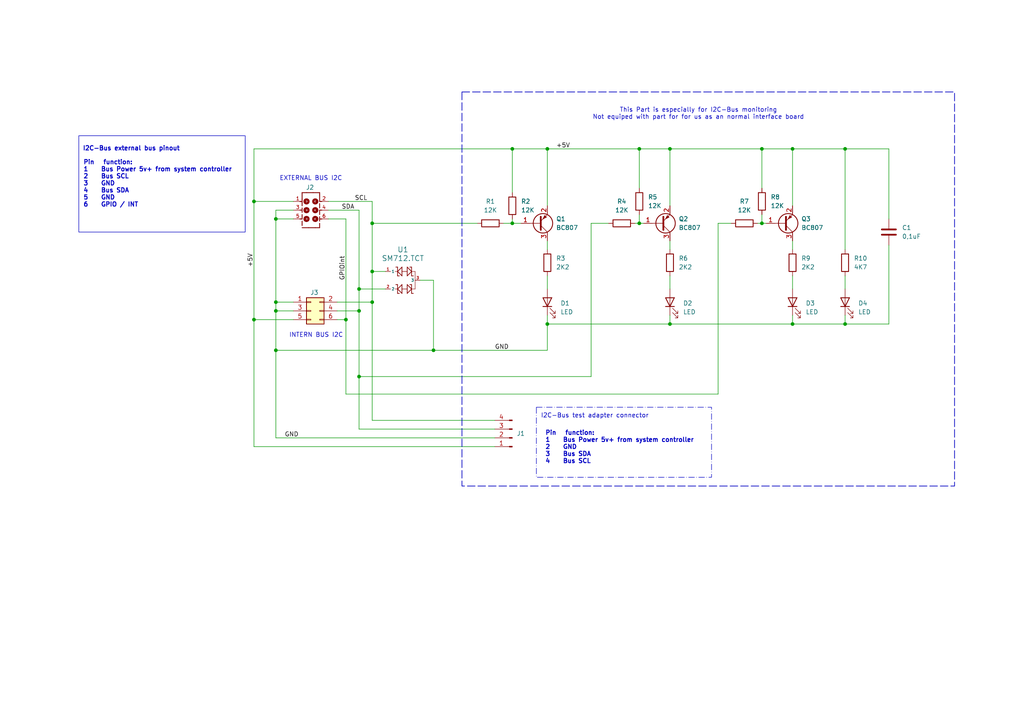
<source format=kicad_sch>
(kicad_sch (version 20250114) (generator "eeschema") (generator_version "9.0")
  (paper "A4")
  (title_block (title "PIDI-BOX passive I2C connect module") (date "2025-07-04") (rev "A1") (company "PIDI-BOX WM-GC") (comment 1 "It even can be used as test board at any position on the external I2C bus") (comment 2 "BASIS-1-PZ2-ESP- and ADC-4-BAIS- and other boards") (comment 3 "The Adapter is used for the PIDI-BOX:"))
  (lib_symbols
    (symbol "Connector:Conn_01x04_Pin" (pin_names (offset 1.016) (hide yes))
      (property "Reference" "J" (at 0 5.08 0))
      (property "Value" "Conn_01x04_Pin" (at 0 -7.62 0))
      (symbol "Conn_01x04_Pin_1_1"
        (rectangle (start 0.8636 2.667) (end 0 2.413) (stroke (width 0.1524)) (fill (type outline)))
        (rectangle (start 0.8636 0.127) (end 0 -0.127) (stroke (width 0.1524)) (fill (type outline)))
        (rectangle (start 0.8636 -2.413) (end 0 -2.667) (stroke (width 0.1524)) (fill (type outline)))
        (rectangle (start 0.8636 -4.953) (end 0 -5.207) (stroke (width 0.1524)) (fill (type outline)))
        (polyline (pts (xy 1.27 2.54) (xy 0.8636 2.54)) (stroke (width 0.1524)))
        (polyline (pts (xy 1.27 0) (xy 0.8636 0)) (stroke (width 0.1524)))
        (polyline (pts (xy 1.27 -2.54) (xy 0.8636 -2.54)) (stroke (width 0.1524)))
        (polyline (pts (xy 1.27 -5.08) (xy 0.8636 -5.08)) (stroke (width 0.1524)))
        (pin passive line (at 5.08 2.54 180) (length 3.81) (name "Pin_1") (number "1"))
        (pin passive line (at 5.08 0 180) (length 3.81) (name "Pin_2") (number "2"))
        (pin passive line (at 5.08 -2.54 180) (length 3.81) (name "Pin_3") (number "3"))
        (pin passive line (at 5.08 -5.08 180) (length 3.81) (name "Pin_4") (number "4"))
      )
    )
    (symbol "Connector_Generic:Conn_02x03_Odd_Even" (pin_names (offset 1.016) (hide yes))
      (property "Reference" "J" (at 1.27 5.08 0))
      (property "Value" "Conn_02x03_Odd_Even" (at 1.27 -5.08 0))
      (symbol "Conn_02x03_Odd_Even_1_1"
        (rectangle (start -1.27 3.81) (end 3.81 -3.81) (stroke (width 0.254)) (fill (type background)))
        (rectangle (start -1.27 2.667) (end 0 2.413) (stroke (width 0.1524)))
        (rectangle (start -1.27 0.127) (end 0 -0.127) (stroke (width 0.1524)))
        (rectangle (start -1.27 -2.413) (end 0 -2.667) (stroke (width 0.1524)))
        (rectangle (start 3.81 2.667) (end 2.54 2.413) (stroke (width 0.1524)))
        (rectangle (start 3.81 0.127) (end 2.54 -0.127) (stroke (width 0.1524)))
        (rectangle (start 3.81 -2.413) (end 2.54 -2.667) (stroke (width 0.1524)))
        (pin passive line (at -5.08 2.54 0) (length 3.81) (name "Pin_1") (number "1"))
        (pin passive line (at -5.08 0 0) (length 3.81) (name "Pin_3") (number "3"))
        (pin passive line (at -5.08 -2.54 0) (length 3.81) (name "Pin_5") (number "5"))
        (pin passive line (at 7.62 2.54 180) (length 3.81) (name "Pin_2") (number "2"))
        (pin passive line (at 7.62 0 180) (length 3.81) (name "Pin_4") (number "4"))
        (pin passive line (at 7.62 -2.54 180) (length 3.81) (name "Pin_6") (number "6"))
      )
    )
    (symbol "Device:C" (pin_numbers (hide yes)) (pin_names (offset 0.254))
      (property "Reference" "C" (at 0.635 2.54 0))
      (property "Value" "C" (at 0.635 -2.54 0))
      (symbol "C_0_1"
        (polyline (pts (xy -2.032 0.762) (xy 2.032 0.762)) (stroke (width 0.508)))
        (polyline (pts (xy -2.032 -0.762) (xy 2.032 -0.762)) (stroke (width 0.508)))
      )
      (symbol "C_1_1"
        (pin passive line (at 0 3.81 270) (length 2.794) (name "~") (number "1"))
        (pin passive line (at 0 -3.81 90) (length 2.794) (name "~") (number "2"))
      )
    )
    (symbol "Device:LED" (pin_numbers (hide yes)) (pin_names (offset 1.016) (hide yes))
      (property "Reference" "D" (at 0 2.54 0))
      (property "Value" "LED" (at 0 -2.54 0))
      (symbol "LED_0_1"
        (polyline (pts (xy -3.048 -0.762) (xy -4.572 -2.286) (xy -3.81 -2.286) (xy -4.572 -2.286) (xy -4.572 -1.524)))
        (polyline (pts (xy -1.778 -0.762) (xy -3.302 -2.286) (xy -2.54 -2.286) (xy -3.302 -2.286) (xy -3.302 -1.524)))
        (polyline (pts (xy -1.27 0) (xy 1.27 0)))
        (polyline (pts (xy -1.27 -1.27) (xy -1.27 1.27)) (stroke (width 0.254)))
        (polyline (pts (xy 1.27 -1.27) (xy 1.27 1.27) (xy -1.27 0) (xy 1.27 -1.27)) (stroke (width 0.254)))
      )
      (symbol "LED_1_1"
        (pin passive line (at -3.81 0 0) (length 2.54) (name "K") (number "1"))
        (pin passive line (at 3.81 0 180) (length 2.54) (name "A") (number "2"))
      )
    )
    (symbol "Device:R" (pin_numbers (hide yes)) (pin_names (offset 0))
      (property "Reference" "R" (at 2.032 0 90))
      (property "Value" "R" (at 0 0 90))
      (symbol "R_0_1"
        (rectangle (start -1.016 -2.54) (end 1.016 2.54) (stroke (width 0.254)))
      )
      (symbol "R_1_1"
        (pin passive line (at 0 3.81 270) (length 1.27) (name "~") (number "1"))
        (pin passive line (at 0 -3.81 90) (length 1.27) (name "~") (number "2"))
      )
    )
    (symbol "My_Library:6120XX21721_61200621721" (pin_names (offset 1.016))
      (property "Reference" "J" (at 6.04 0.85 0))
      (symbol "6120XX21721_61200621721_0_0"
        (polyline (pts (xy -5.08 2.54) (xy -5.08 2.54)) (stroke (width 0.254)))
        (polyline (pts (xy -5.08 2.54) (xy -5.08 0.635)) (stroke (width 0.254)))
        (polyline (pts (xy -5.08 0.635) (xy -5.08 -1.27)) (stroke (width 0.254)))
        (polyline (pts (xy -5.08 -1.27) (xy -5.08 -2.54)) (stroke (width 0.254)))
        (polyline (pts (xy -5.08 -2.54) (xy -3.81 -2.54)) (stroke (width 0.254)))
        (polyline (pts (xy -3.175 2.54) (xy -4.445 2.54)) (stroke (width 0.254)))
        (polyline (pts (xy -3.175 -2.54) (xy -1.905 -2.54)) (stroke (width 0.254)))
        (polyline (pts (xy -2.54 3.175) (xy -2.54 2.54)) (stroke (width 0.254)))
        (circle (center -2.54 1.27) (radius 0.254) (stroke (width 0.635)))
        (polyline (pts (xy -2.54 1.27) (xy -2.54 1.905)) (stroke (width 0.254)))
        (circle (center -2.54 -1.27) (radius 0.254) (stroke (width 0.635)))
        (polyline (pts (xy -2.54 -1.27) (xy -2.54 -1.905)) (stroke (width 0.254)))
        (polyline (pts (xy -2.54 -3.175) (xy -2.54 -2.54)) (stroke (width 0.254)))
        (polyline (pts (xy -1.27 2.54) (xy -2.54 2.54)) (stroke (width 0.254)))
        (polyline (pts (xy -1.27 -2.54) (xy 0 -2.54)) (stroke (width 0.254)))
        (polyline (pts (xy 0 3.175) (xy 0 2.54)) (stroke (width 0.254)))
        (circle (center 0 1.27) (radius 0.254) (stroke (width 0.635)))
        (polyline (pts (xy 0 1.27) (xy 0 1.905)) (stroke (width 0.254)))
        (polyline (pts (xy 0 -1.27) (xy 0 -1.905)) (stroke (width 0.254)))
        (circle (center 0 -1.27) (radius 0.254) (stroke (width 0.635)))
        (polyline (pts (xy 0 -3.175) (xy 0 -2.54)) (stroke (width 0.254)))
        (polyline (pts (xy 0.635 2.54) (xy -0.635 2.54)) (stroke (width 0.254)))
        (polyline (pts (xy 0.635 -2.54) (xy 1.905 -2.54)) (stroke (width 0.254)))
        (polyline (pts (xy 2.54 3.175) (xy 2.54 2.54)) (stroke (width 0.254)))
        (polyline (pts (xy 2.54 2.54) (xy 1.27 2.54)) (stroke (width 0.254)))
        (polyline (pts (xy 2.54 1.27) (xy 2.54 1.905)) (stroke (width 0.254)))
        (circle (center 2.54 1.27) (radius 0.254) (stroke (width 0.635)))
        (polyline (pts (xy 2.54 -1.27) (xy 2.54 -1.905)) (stroke (width 0.254)))
        (circle (center 2.54 -1.27) (radius 0.254) (stroke (width 0.635)))
        (polyline (pts (xy 2.54 -2.54) (xy 2.54 -2.54)) (stroke (width 0.254)))
        (polyline (pts (xy 2.54 -2.54) (xy 4.445 -2.54)) (stroke (width 0.254)))
        (polyline (pts (xy 2.54 -3.175) (xy 2.54 -2.54)) (stroke (width 0.254)))
        (polyline (pts (xy 3.175 2.54) (xy 2.54 2.54)) (stroke (width 0.254)))
        (polyline (pts (xy 4.445 -2.54) (xy 5.08 -2.54)) (stroke (width 0.254)))
        (polyline (pts (xy 5.08 2.54) (xy 3.175 2.54)) (stroke (width 0.254)))
        (polyline (pts (xy 5.08 1.27) (xy 5.08 2.54)) (stroke (width 0.254)))
        (polyline (pts (xy 5.08 -0.635) (xy 5.08 1.27)) (stroke (width 0.254)))
        (polyline (pts (xy 5.08 -2.54) (xy 5.08 -0.635)) (stroke (width 0.254)))
        (pin passive line (at -2.54 5.08 270) (length 2.54) (name "~") (number "5"))
        (pin passive line (at -2.54 -5.08 90) (length 2.54) (name "~") (number "6"))
        (pin passive line (at 0 5.08 270) (length 2.54) (name "~") (number "3"))
        (pin passive line (at 0 -5.08 90) (length 2.54) (name "~") (number "4"))
        (pin passive line (at 2.54 5.08 270) (length 2.54) (name "~") (number "1"))
        (pin passive line (at 2.54 -5.08 90) (length 2.54) (name "~") (number "2"))
      )
    )
    (symbol "My_Library:SM712.TCT" (pin_names (offset 0.254))
      (property "Reference" "U" (at 5.588 -11.176 0))
      (property "Value" "SM712.TCT" (at 5.588 -14.986 0))
      (symbol "SM712.TCT_0_1"
        (polyline (pts (xy 3.556 -1.27) (xy 3.048 -1.27)) (stroke (width 0.2032)))
        (polyline (pts (xy 3.556 -1.27) (xy 3.556 -3.81)) (stroke (width 0.2032)))
        (polyline (pts (xy 3.556 -3.81) (xy 4.064 -3.81)) (stroke (width 0.2032)))
        (polyline (pts (xy 3.556 -6.35) (xy 3.048 -6.35)) (stroke (width 0.2032)))
        (polyline (pts (xy 3.556 -6.35) (xy 3.556 -8.89)) (stroke (width 0.2032)))
        (polyline (pts (xy 3.556 -8.89) (xy 4.064 -8.89)) (stroke (width 0.2032)))
        (polyline (pts (xy 4.826 -1.27) (xy 3.556 -2.54)) (stroke (width 0.2032)))
        (polyline (pts (xy 4.826 -1.27) (xy 4.826 -3.81)) (stroke (width 0.2032)))
        (polyline (pts (xy 4.826 -3.81) (xy 3.556 -2.54)) (stroke (width 0.2032)))
        (polyline (pts (xy 4.826 -6.35) (xy 3.556 -7.62)) (stroke (width 0.2032)))
        (polyline (pts (xy 4.826 -6.35) (xy 4.826 -8.89)) (stroke (width 0.2032)))
        (polyline (pts (xy 4.826 -8.89) (xy 3.556 -7.62)) (stroke (width 0.2032)))
        (polyline (pts (xy 6.35 -1.27) (xy 7.62 -2.54)) (stroke (width 0.2032)))
        (polyline (pts (xy 6.35 -3.81) (xy 6.35 -1.27)) (stroke (width 0.2032)))
        (polyline (pts (xy 6.35 -3.81) (xy 7.62 -2.54)) (stroke (width 0.2032)))
        (polyline (pts (xy 6.35 -6.35) (xy 7.62 -7.62)) (stroke (width 0.2032)))
        (polyline (pts (xy 6.35 -8.89) (xy 6.35 -6.35)) (stroke (width 0.2032)))
        (polyline (pts (xy 6.35 -8.89) (xy 7.62 -7.62)) (stroke (width 0.2032)))
        (polyline (pts (xy 7.62 -1.27) (xy 7.112 -1.27)) (stroke (width 0.2032)))
        (polyline (pts (xy 7.62 -3.81) (xy 7.62 -1.27)) (stroke (width 0.2032)))
        (polyline (pts (xy 7.62 -3.81) (xy 8.128 -3.81)) (stroke (width 0.2032)))
        (polyline (pts (xy 7.62 -6.35) (xy 7.112 -6.35)) (stroke (width 0.2032)))
        (polyline (pts (xy 7.62 -8.89) (xy 7.62 -6.35)) (stroke (width 0.2032)))
        (polyline (pts (xy 7.62 -8.89) (xy 8.128 -8.89)) (stroke (width 0.2032)))
      )
      (symbol "SM712.TCT_1_1"
        (polyline (pts (xy 2.794 -2.54) (xy 3.556 -2.54)) (stroke (width 0.127)))
        (polyline (pts (xy 2.794 -7.62) (xy 3.556 -7.62)) (stroke (width 0.127)))
        (polyline (pts (xy 4.826 -2.54) (xy 6.35 -2.54)))
        (polyline (pts (xy 4.826 -7.62) (xy 6.35 -7.62)))
        (polyline (pts (xy 7.62 -2.54) (xy 8.636 -2.54)) (stroke (width 0.127)))
        (polyline (pts (xy 7.62 -7.62) (xy 8.636 -7.62)) (stroke (width 0.127)))
        (polyline (pts (xy 8.636 -2.54) (xy 8.636 -7.62)) (stroke (width 0.127)))
        (pin passive line (at 0 -2.54 0) (length 1.524) (name "1") (number "1"))
        (pin passive line (at 0 -7.62 0) (length 1.524) (name "2") (number "2"))
        (pin passive line (at 10.16 -5.08 180) (length 1.524) (name "3") (number "3"))
      )
    )
    (symbol "Transistor_BJT:BC808" (pin_names (offset 0) (hide yes))
      (property "Reference" "Q" (at 5.08 1.905 0))
      (property "Value" "BC808" (at 5.08 0 0))
      (symbol "BC808_0_1"
        (polyline (pts (xy -2.54 0) (xy 0.635 0)))
        (polyline (pts (xy 0.635 1.905) (xy 0.635 -1.905)) (stroke (width 0.508)))
        (polyline (pts (xy 0.635 0.635) (xy 2.54 2.54)))
        (polyline (pts (xy 0.635 -0.635) (xy 2.54 -2.54)))
        (circle (center 1.27 0) (radius 2.8194) (stroke (width 0.254)))
        (polyline (pts (xy 2.286 -1.778) (xy 1.778 -2.286) (xy 1.27 -1.27) (xy 2.286 -1.778)) (fill (type outline)))
      )
      (symbol "BC808_1_1"
        (pin input line (at -5.08 0 0) (length 2.54) (name "B") (number "1"))
        (pin passive line (at 2.54 5.08 270) (length 2.54) (name "C") (number "3"))
        (pin passive line (at 2.54 -5.08 90) (length 2.54) (name "E") (number "2"))
      )
    )
  )
  (rectangle (start 133.985 26.67) (end 276.86 140.97) (stroke (width 0.2032) (type dash)))
  (rectangle (start 155.575 118.11) (end 206.375 138.43) (stroke (width 0) (type dash_dot)))
  (rectangle (start 22.86 39.37) (end 71.12 67.31))
  (text "Pin	 function:\n1    Bus Power 5v+ from system controller \n2    Bus SCL \n3    GND\n4    Bus SDA\n5    GND\n6    GPIO / INT\n" (exclude_from_sim yes) (at 24.13 53.34 0) (effects (font (size 1.27 1.27) (thickness 0.254) (bold yes)) (justify left)))
  (text "I2C-Bus test adapter connector" (at 156.845 120.65 0) (effects (font (size 1.27 1.27) (thickness 0.1588)) (justify left)))
  (text "INTERN BUS I2C" (at 91.694 97.282 0) (effects (font (size 1.27 1.27))))
  (text "EXTERNAL BUS I2C" (at 90.17 51.816 0) (effects (font (size 1.27 1.27))))
  (text "This Part is especially for I2C-Bus monitoring\nNot equiped with part for for us as an normal interface board" (at 202.565 33.02 0) (effects (font (size 1.27 1.27))))
  (text "I2C-Bus external bus pinout" (at 38.1 43.18 0) (effects (font (size 1.27 1.27) (thickness 0.254) (bold yes))))
  (text "Pin	 function:\n1    Bus Power 5v+ from system controller \n2    GND \n3    Bus SDA\n4    Bus SCL\n\n" (exclude_from_sim yes) (at 158.115 130.81 0) (effects (font (size 1.27 1.27) (thickness 0.254) (bold yes)) (justify left)))
  (junction (at 107.95 87.63))
  (junction (at 80.01 90.17))
  (junction (at 80.01 87.63))
  (junction (at 220.98 43.18))
  (junction (at 194.31 43.18))
  (junction (at 194.31 93.98))
  (junction (at 245.11 93.98))
  (junction (at 245.11 43.18))
  (junction (at 100.33 92.71))
  (junction (at 185.42 43.18))
  (junction (at 107.95 78.74))
  (junction (at 229.87 93.98))
  (junction (at 104.14 109.22))
  (junction (at 125.73 101.6))
  (junction (at 80.01 101.6))
  (junction (at 148.59 43.18))
  (junction (at 148.59 64.77))
  (junction (at 107.95 64.77))
  (junction (at 220.98 64.77))
  (junction (at 73.66 92.71))
  (junction (at 73.66 58.42))
  (junction (at 104.14 90.17))
  (junction (at 158.75 43.18))
  (junction (at 229.87 43.18))
  (junction (at 158.75 93.98))
  (junction (at 185.42 64.77))
  (junction (at 104.14 83.82))
  (junction (at 80.01 63.5))
  (wire (pts (xy 73.66 58.42) (xy 85.09 58.42)))
  (wire (pts (xy 220.98 43.18) (xy 220.98 54.61)))
  (wire (pts (xy 97.79 90.17) (xy 104.14 90.17)))
  (wire (pts (xy 245.11 93.98) (xy 245.11 91.44)))
  (wire (pts (xy 107.95 87.63) (xy 107.95 121.92)))
  (wire (pts (xy 194.31 93.98) (xy 194.31 91.44)))
  (wire (pts (xy 185.42 62.23) (xy 185.42 64.77)))
  (wire (pts (xy 257.81 93.98) (xy 245.11 93.98)))
  (wire (pts (xy 171.45 64.77) (xy 171.45 109.22)))
  (wire (pts (xy 80.01 101.6) (xy 80.01 127)))
  (wire (pts (xy 104.14 124.46) (xy 143.51 124.46)))
  (wire (pts (xy 80.01 127) (xy 143.51 127)))
  (wire (pts (xy 194.31 43.18) (xy 194.31 59.69)))
  (wire (pts (xy 104.14 60.96) (xy 104.14 83.82)))
  (wire (pts (xy 176.53 64.77) (xy 171.45 64.77)))
  (wire (pts (xy 80.01 90.17) (xy 85.09 90.17)))
  (wire (pts (xy 80.01 90.17) (xy 80.01 101.6)))
  (wire (pts (xy 80.01 60.96) (xy 85.09 60.96)))
  (wire (pts (xy 194.31 93.98) (xy 229.87 93.98)))
  (wire (pts (xy 220.98 64.77) (xy 222.25 64.77)))
  (wire (pts (xy 104.14 109.22) (xy 104.14 124.46)))
  (wire (pts (xy 257.81 63.5) (xy 257.81 43.18)))
  (wire (pts (xy 80.01 63.5) (xy 80.01 87.63)))
  (wire (pts (xy 107.95 64.77) (xy 107.95 78.74)))
  (wire (pts (xy 245.11 43.18) (xy 229.87 43.18)))
  (wire (pts (xy 121.92 81.28) (xy 125.73 81.28)))
  (wire (pts (xy 95.25 60.96) (xy 104.14 60.96)))
  (wire (pts (xy 100.33 63.5) (xy 100.33 92.71)))
  (wire (pts (xy 220.98 64.77) (xy 219.71 64.77)))
  (wire (pts (xy 73.66 92.71) (xy 85.09 92.71)))
  (wire (pts (xy 73.66 129.54) (xy 143.51 129.54)))
  (wire (pts (xy 73.66 43.18) (xy 148.59 43.18)))
  (wire (pts (xy 208.28 64.77) (xy 208.28 114.3)))
  (wire (pts (xy 185.42 64.77) (xy 184.15 64.77)))
  (wire (pts (xy 194.31 43.18) (xy 220.98 43.18)))
  (wire (pts (xy 158.75 101.6) (xy 158.75 93.98)))
  (wire (pts (xy 80.01 63.5) (xy 85.09 63.5)))
  (wire (pts (xy 229.87 69.85) (xy 229.87 72.39)))
  (wire (pts (xy 97.79 87.63) (xy 107.95 87.63)))
  (wire (pts (xy 95.25 63.5) (xy 100.33 63.5)))
  (wire (pts (xy 107.95 64.77) (xy 138.43 64.77)))
  (wire (pts (xy 95.25 58.42) (xy 107.95 58.42)))
  (wire (pts (xy 245.11 72.39) (xy 245.11 43.18)))
  (wire (pts (xy 229.87 93.98) (xy 229.87 91.44)))
  (wire (pts (xy 125.73 81.28) (xy 125.73 101.6)))
  (wire (pts (xy 80.01 60.96) (xy 80.01 63.5)))
  (wire (pts (xy 185.42 43.18) (xy 185.42 54.61)))
  (wire (pts (xy 185.42 64.77) (xy 186.69 64.77)))
  (wire (pts (xy 185.42 43.18) (xy 158.75 43.18)))
  (wire (pts (xy 148.59 63.5) (xy 148.59 64.77)))
  (wire (pts (xy 148.59 43.18) (xy 158.75 43.18)))
  (wire (pts (xy 73.66 58.42) (xy 73.66 43.18)))
  (wire (pts (xy 80.01 87.63) (xy 80.01 90.17)))
  (wire (pts (xy 158.75 69.85) (xy 158.75 72.39)))
  (wire (pts (xy 229.87 43.18) (xy 220.98 43.18)))
  (wire (pts (xy 257.81 43.18) (xy 245.11 43.18)))
  (wire (pts (xy 125.73 101.6) (xy 158.75 101.6)))
  (wire (pts (xy 158.75 43.18) (xy 158.75 59.69)))
  (wire (pts (xy 245.11 80.01) (xy 245.11 83.82)))
  (wire (pts (xy 104.14 83.82) (xy 111.76 83.82)))
  (wire (pts (xy 73.66 92.71) (xy 73.66 129.54)))
  (wire (pts (xy 107.95 78.74) (xy 107.95 87.63)))
  (wire (pts (xy 229.87 93.98) (xy 245.11 93.98)))
  (wire (pts (xy 194.31 80.01) (xy 194.31 83.82)))
  (wire (pts (xy 257.81 71.12) (xy 257.81 93.98)))
  (wire (pts (xy 220.98 62.23) (xy 220.98 64.77)))
  (wire (pts (xy 73.66 58.42) (xy 73.66 92.71)))
  (wire (pts (xy 158.75 93.98) (xy 158.75 91.44)))
  (wire (pts (xy 229.87 80.01) (xy 229.87 83.82)))
  (wire (pts (xy 107.95 78.74) (xy 111.76 78.74)))
  (wire (pts (xy 100.33 114.3) (xy 208.28 114.3)))
  (wire (pts (xy 158.75 80.01) (xy 158.75 83.82)))
  (wire (pts (xy 80.01 101.6) (xy 125.73 101.6)))
  (wire (pts (xy 104.14 83.82) (xy 104.14 90.17)))
  (wire (pts (xy 100.33 92.71) (xy 97.79 92.71)))
  (wire (pts (xy 148.59 43.18) (xy 148.59 55.88)))
  (wire (pts (xy 185.42 43.18) (xy 194.31 43.18)))
  (wire (pts (xy 148.59 64.77) (xy 151.13 64.77)))
  (wire (pts (xy 107.95 121.92) (xy 143.51 121.92)))
  (wire (pts (xy 146.05 64.77) (xy 148.59 64.77)))
  (wire (pts (xy 100.33 92.71) (xy 100.33 114.3)))
  (wire (pts (xy 80.01 87.63) (xy 85.09 87.63)))
  (wire (pts (xy 158.75 93.98) (xy 194.31 93.98)))
  (wire (pts (xy 208.28 64.77) (xy 212.09 64.77)))
  (wire (pts (xy 107.95 58.42) (xy 107.95 64.77)))
  (wire (pts (xy 229.87 43.18) (xy 229.87 59.69)))
  (wire (pts (xy 194.31 69.85) (xy 194.31 72.39)))
  (wire (pts (xy 104.14 90.17) (xy 104.14 109.22)))
  (wire (pts (xy 171.45 109.22) (xy 104.14 109.22)))
  (label "+5V" (at 161.29 43.18 0))
  (label "GPIOint" (at 100.33 81.28 90))
  (label "+5V" (at 73.66 77.47 90))
  (label "GND" (at 82.55 127 0))
  (label "SCL" (at 102.87 58.42 0))
  (label "SDA" (at 99.06 60.96 0))
  (label "GND" (at 143.51 101.6 0))
  (symbol (lib_id "Device:LED") (at 245.11 87.63 90) (unit 1)
    (property "Reference" "D4" (at 248.92 87.9474 90) (effects (justify right)))
    (property "Value" "LED" (at 248.92 90.4874 90) (effects (justify right)))
    (property "Footprint" "LED_SMD:LED_0603_1608Metric" (effects (hide yes)))
    (property "Description" "Light emitting diode" (effects (hide yes)))
    (property "Sim.Pins" "1=K 2=A" (effects (hide yes)))
  )
  (symbol (lib_id "Device:R") (at 185.42 58.42 0) (unit 1)
    (property "Reference" "R5" (at 187.96 57.1499 0) (effects (justify left)))
    (property "Value" "12K" (at 187.96 59.6899 0) (effects (justify left)))
    (property "Footprint" "Resistor_SMD:R_0603_1608Metric" (effects (hide yes)))
    (property "Description" "Resistor" (effects (hide yes)))
  )
  (symbol (lib_id "My_Library:6120XX21721_61200621721") (at 90.17 60.96 90) (unit 1)
    (property "Reference" "J2" (at 89.916 54.356 90))
    (property "Value" "6120XX21721_61200621721" (effects (hide yes)))
    (property "Footprint" "MYlib_GLOBAL:PinHeader-Boxed-1X03-2,54-horiz-Wuerth_61200621721" (effects (hide yes)))
    (property "CONTACT-RESISTANCE" "20mOhm" (effects (hide yes)))
    (property "Check_prices" "https://www.snapeda.com/parts/61200621721/Wurth+Elektronik/view-part/?ref=eda" (effects (hide yes)))
    (property "Package" "None" (effects (hide yes)))
    (property "MOUNT" "THT" (effects (hide yes)))
    (property "IR" "3A" (effects (hide yes)))
    (property "VALUE" "61200621721" (effects (hide yes)))
    (property "SnapEDA_Link" "https://www.snapeda.com/parts/61200621721/Wurth+Elektronik/view-part/?ref=snap" (effects (hide yes)))
    (property "WORKING-VOLTAGE" "250V(AC)" (effects (hide yes)))
    (property "PART-NUMBER" "61200621721" (effects (hide yes)))
    (property "Purchase-URL" "https://www.snapeda.com/api/url_track_click_mouser/?unipart_id=4791734&manufacturer=Würth Elektronik&part_name=61200621721&search_term=würth 	 61200621721" (effects (hide yes)))
    (property "MF" "Würth Elektronik" (effects (hide yes)))
    (property "Description_1" "Connector Header Through Hole, Right Angle 6 position 0.100 (2.54mm)" (effects (hide yes)))
    (property "GENDER" "Male" (effects (hide yes)))
    (property "Price" "None" (effects (hide yes)))
    (property "PACKAGING" "Tray" (effects (hide yes)))
    (property "LENGTH" "15.28mm" (effects (hide yes)))
    (property "DATASHEET-URL" "https://www.we-online.com/redexpert/spec/61200621721?ae" (effects (hide yes)))
    (property "MP" "61200621721" (effects (hide yes)))
    (property "PITCH" "2.54mm" (effects (hide yes)))
    (property "PINS" "6" (effects (hide yes)))
    (property "TYPE" "Angled" (effects (hide yes)))
    (property "Availability" "In Stock" (effects (hide yes)))
  )
  (symbol (lib_id "Device:LED") (at 229.87 87.63 90) (unit 1)
    (property "Reference" "D3" (at 233.68 87.9474 90) (effects (justify right)))
    (property "Value" "LED" (at 233.68 90.4874 90) (effects (justify right)))
    (property "Footprint" "LED_SMD:LED_0603_1608Metric" (effects (hide yes)))
    (property "Description" "Light emitting diode" (effects (hide yes)))
    (property "Sim.Pins" "1=K 2=A" (effects (hide yes)))
  )
  (symbol (lib_id "Connector:Conn_01x04_Pin") (at 148.59 127 180) (unit 1)
    (property "Reference" "J1" (at 149.86 125.7299 0) (effects (justify right)))
    (property "Value" "Conn_01x04_Pin" (effects (hide yes)))
    (property "Footprint" "Connector_PinHeader_2.54mm:PinHeader_1x04_P2.54mm_Vertical" (effects (hide yes)))
    (property "Description" "Generic connector, single row, 01x04, script generated" (effects (hide yes)))
  )
  (symbol (lib_id "Device:R") (at 215.9 64.77 90) (unit 1)
    (property "Reference" "R7" (at 215.9 58.42 90))
    (property "Value" "12K" (at 215.9 60.96 90))
    (property "Footprint" "Resistor_SMD:R_0603_1608Metric" (effects (hide yes)))
    (property "Description" "Resistor" (effects (hide yes)))
  )
  (symbol (lib_id "Device:LED") (at 158.75 87.63 90) (unit 1)
    (property "Reference" "D1" (at 162.56 87.9474 90) (effects (justify right)))
    (property "Value" "LED" (at 162.56 90.4874 90) (effects (justify right)))
    (property "Footprint" "LED_SMD:LED_0603_1608Metric" (effects (hide yes)))
    (property "Description" "Light emitting diode" (effects (hide yes)))
    (property "Sim.Pins" "1=K 2=A" (effects (hide yes)))
  )
  (symbol (lib_id "Device:C") (at 257.81 67.31 0) (unit 1)
    (property "Reference" "C1" (at 261.62 66.0399 0) (effects (justify left)))
    (property "Value" "0,1uF" (at 261.62 68.5799 0) (effects (justify left)))
    (property "Footprint" "Capacitor_SMD:C_0603_1608Metric" (effects (hide yes)))
    (property "Description" "Unpolarized capacitor" (effects (hide yes)))
  )
  (symbol (lib_id "Device:LED") (at 194.31 87.63 90) (unit 1)
    (property "Reference" "D2" (at 198.12 87.9474 90) (effects (justify right)))
    (property "Value" "LED" (at 198.12 90.4874 90) (effects (justify right)))
    (property "Footprint" "LED_SMD:LED_0603_1608Metric" (effects (hide yes)))
    (property "Description" "Light emitting diode" (effects (hide yes)))
    (property "Sim.Pins" "1=K 2=A" (effects (hide yes)))
  )
  (symbol (lib_id "Device:R") (at 158.75 76.2 0) (unit 1)
    (property "Reference" "R3" (at 161.29 74.9299 0) (effects (justify left)))
    (property "Value" "2K2" (at 161.29 77.4699 0) (effects (justify left)))
    (property "Footprint" "Resistor_SMD:R_0603_1608Metric" (effects (hide yes)))
    (property "Description" "Resistor" (effects (hide yes)))
  )
  (symbol (lib_id "Connector_Generic:Conn_02x03_Odd_Even") (at 90.17 90.17 0) (unit 1)
    (property "Reference" "J3" (at 91.186 84.836 0))
    (property "Value" "Conn_02x03_Odd_Even" (effects (hide yes)))
    (property "Footprint" "MYlib_GLOBAL:con-2x03-2,54-fem-hor" (effects (hide yes)))
    (property "Description" "Generic connector, double row, 02x03, odd/even pin numbering scheme (row 1 odd numbers, row 2 even numbers), script generated (kicad-library-utils/schlib/autogen/connector/)" (effects (hide yes)))
  )
  (symbol (lib_id "My_Library:SM712.TCT") (at 111.76 76.2 0) (unit 1)
    (property "Reference" "U1" (at 116.8717 72.39 0) (effects (font (size 1.524 1.524))))
    (property "Value" "SM712.TCT" (at 116.8717 74.93 0) (effects (font (size 1.524 1.524))))
    (property "Footprint" "Package_TO_SOT_SMD:SOT-23" (effects (hide yes)))
    (property "Datasheet" "SM712.TCT" (effects (hide yes)))
  )
  (symbol (lib_id "Transistor_BJT:BC808") (at 156.21 64.77 0) (mirror x) (unit 1)
    (property "Reference" "Q1" (at 161.29 63.4999 0) (effects (justify left)))
    (property "Value" "BC807" (at 161.29 66.0399 0) (effects (justify left)))
    (property "Footprint" "Package_TO_SOT_SMD:SOT-23" (effects (hide yes)))
    (property "Datasheet" "https://www.onsemi.com/pub/Collateral/BC808-D.pdf" (effects (hide yes)))
    (property "Description" "0.8A Ic, 25V Vce, PNP Transistor, SOT-23" (effects (hide yes)))
  )
  (symbol (lib_id "Device:R") (at 148.59 59.69 0) (unit 1)
    (property "Reference" "R2" (at 151.13 58.4199 0) (effects (justify left)))
    (property "Value" "12K" (at 151.13 60.9599 0) (effects (justify left)))
    (property "Footprint" "Resistor_SMD:R_0603_1608Metric" (effects (hide yes)))
    (property "Description" "Resistor" (effects (hide yes)))
  )
  (symbol (lib_id "Device:R") (at 142.24 64.77 90) (unit 1)
    (property "Reference" "R1" (at 142.24 58.42 90))
    (property "Value" "12K" (at 142.24 60.96 90))
    (property "Footprint" "Resistor_SMD:R_0603_1608Metric" (effects (hide yes)))
    (property "Description" "Resistor" (effects (hide yes)))
  )
  (symbol (lib_id "Device:R") (at 194.31 76.2 0) (unit 1)
    (property "Reference" "R6" (at 196.85 74.9299 0) (effects (justify left)))
    (property "Value" "2K2" (at 196.85 77.4699 0) (effects (justify left)))
    (property "Footprint" "Resistor_SMD:R_0603_1608Metric" (effects (hide yes)))
    (property "Description" "Resistor" (effects (hide yes)))
  )
  (symbol (lib_id "Device:R") (at 229.87 76.2 0) (unit 1)
    (property "Reference" "R9" (at 232.41 74.9299 0) (effects (justify left)))
    (property "Value" "2K2" (at 232.41 77.4699 0) (effects (justify left)))
    (property "Footprint" "Resistor_SMD:R_0603_1608Metric" (effects (hide yes)))
    (property "Description" "Resistor" (effects (hide yes)))
  )
  (symbol (lib_id "Transistor_BJT:BC808") (at 191.77 64.77 0) (mirror x) (unit 1)
    (property "Reference" "Q2" (at 196.85 63.4999 0) (effects (justify left)))
    (property "Value" "BC807" (at 196.85 66.0399 0) (effects (justify left)))
    (property "Footprint" "Package_TO_SOT_SMD:SOT-23" (effects (hide yes)))
    (property "Datasheet" "https://www.onsemi.com/pub/Collateral/BC808-D.pdf" (effects (hide yes)))
    (property "Description" "0.8A Ic, 25V Vce, PNP Transistor, SOT-23" (effects (hide yes)))
  )
  (symbol (lib_id "Device:R") (at 245.11 76.2 0) (unit 1)
    (property "Reference" "R10" (at 247.65 74.9299 0) (effects (justify left)))
    (property "Value" "4K7" (at 247.65 77.4699 0) (effects (justify left)))
    (property "Footprint" "Resistor_SMD:R_0603_1608Metric" (effects (hide yes)))
    (property "Description" "Resistor" (effects (hide yes)))
  )
  (symbol (lib_id "Device:R") (at 180.34 64.77 90) (unit 1)
    (property "Reference" "R4" (at 180.34 58.42 90))
    (property "Value" "12K" (at 180.34 60.96 90))
    (property "Footprint" "Resistor_SMD:R_0603_1608Metric" (effects (hide yes)))
    (property "Description" "Resistor" (effects (hide yes)))
  )
  (symbol (lib_id "Device:R") (at 220.98 58.42 0) (unit 1)
    (property "Reference" "R8" (at 223.52 57.1499 0) (effects (justify left)))
    (property "Value" "12K" (at 223.52 59.6899 0) (effects (justify left)))
    (property "Footprint" "Resistor_SMD:R_0603_1608Metric" (effects (hide yes)))
    (property "Description" "Resistor" (effects (hide yes)))
  )
  (symbol (lib_id "Transistor_BJT:BC808") (at 227.33 64.77 0) (mirror x) (unit 1)
    (property "Reference" "Q3" (at 232.41 63.4999 0) (effects (justify left)))
    (property "Value" "BC807" (at 232.41 66.0399 0) (effects (justify left)))
    (property "Footprint" "Package_TO_SOT_SMD:SOT-23" (effects (hide yes)))
    (property "Datasheet" "https://www.onsemi.com/pub/Collateral/BC808-D.pdf" (effects (hide yes)))
    (property "Description" "0.8A Ic, 25V Vce, PNP Transistor, SOT-23" (effects (hide yes)))
  )
)
</source>
